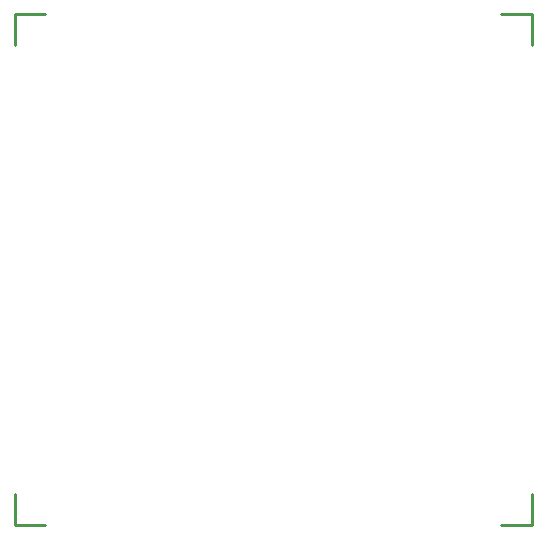
<source format=gko>
G04 Layer: BoardOutlineLayer*
G04 EasyEDA v6.5.34, 2023-10-19 08:42:31*
G04 e3f5e68dd2074443958a13ea81cc3fb2,08f173712dbc44b08fd2a75eaeabdc68,10*
G04 Gerber Generator version 0.2*
G04 Scale: 100 percent, Rotated: No, Reflected: No *
G04 Dimensions in millimeters *
G04 leading zeros omitted , absolute positions ,4 integer and 5 decimal *
%FSLAX45Y45*%
%MOMM*%

%ADD10C,0.2540*%
D10*
X4119991Y0D02*
G01*
X4379988Y-43D01*
X0Y0D02*
G01*
X259996Y-43D01*
X0Y4059936D02*
G01*
X0Y4320031D01*
X259999Y4319991D01*
X0Y0D02*
G01*
X0Y260095D01*
X4379996Y0D02*
G01*
X4379996Y260095D01*
X4379991Y4059991D02*
G01*
X4379991Y4320087D01*
X4119991Y4319991D02*
G01*
X4379988Y4319948D01*

%LPD*%
M02*

</source>
